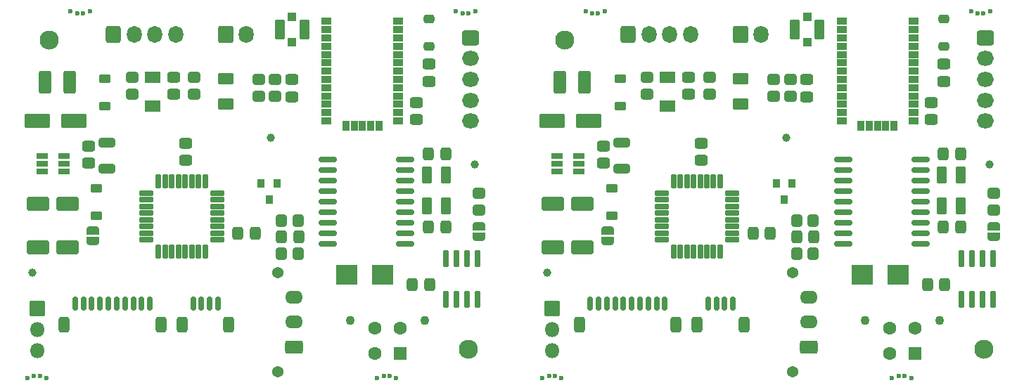
<source format=gbr>
%TF.GenerationSoftware,KiCad,Pcbnew,7.0.10*%
%TF.CreationDate,2024-01-03T22:03:13+01:00*%
%TF.ProjectId,SmartDisplay,536d6172-7444-4697-9370-6c61792e6b69,rev?*%
%TF.SameCoordinates,Original*%
%TF.FileFunction,Soldermask,Top*%
%TF.FilePolarity,Negative*%
%FSLAX46Y46*%
G04 Gerber Fmt 4.6, Leading zero omitted, Abs format (unit mm)*
G04 Created by KiCad (PCBNEW 7.0.10) date 2024-01-03 22:03:13*
%MOMM*%
%LPD*%
G01*
G04 APERTURE LIST*
G04 Aperture macros list*
%AMRoundRect*
0 Rectangle with rounded corners*
0 $1 Rounding radius*
0 $2 $3 $4 $5 $6 $7 $8 $9 X,Y pos of 4 corners*
0 Add a 4 corners polygon primitive as box body*
4,1,4,$2,$3,$4,$5,$6,$7,$8,$9,$2,$3,0*
0 Add four circle primitives for the rounded corners*
1,1,$1+$1,$2,$3*
1,1,$1+$1,$4,$5*
1,1,$1+$1,$6,$7*
1,1,$1+$1,$8,$9*
0 Add four rect primitives between the rounded corners*
20,1,$1+$1,$2,$3,$4,$5,0*
20,1,$1+$1,$4,$5,$6,$7,0*
20,1,$1+$1,$6,$7,$8,$9,0*
20,1,$1+$1,$8,$9,$2,$3,0*%
%AMFreePoly0*
4,1,35,0.535355,0.785355,0.550000,0.750000,0.550000,-0.750000,0.535355,-0.785355,0.500000,-0.800000,0.000000,-0.800000,-0.012286,-0.794911,-0.071157,-0.794911,-0.085244,-0.792886,-0.221795,-0.752791,-0.234740,-0.746879,-0.354462,-0.669938,-0.365217,-0.660618,-0.458414,-0.553063,-0.466109,-0.541091,-0.525228,-0.411637,-0.529237,-0.397982,-0.549491,-0.257116,-0.550000,-0.250000,-0.550000,0.250000,
-0.549491,0.257116,-0.529237,0.397982,-0.525228,0.411637,-0.466109,0.541091,-0.458414,0.553063,-0.365217,0.660618,-0.354462,0.669938,-0.234740,0.746879,-0.221795,0.752791,-0.085244,0.792886,-0.071157,0.794911,-0.012286,0.794911,0.000000,0.800000,0.500000,0.800000,0.535355,0.785355,0.535355,0.785355,$1*%
%AMFreePoly1*
4,1,35,0.012286,0.794911,0.071157,0.794911,0.085244,0.792886,0.221795,0.752791,0.234740,0.746879,0.354462,0.669938,0.365217,0.660618,0.458414,0.553063,0.466109,0.541091,0.525228,0.411637,0.529237,0.397982,0.549491,0.257116,0.550000,0.250000,0.550000,-0.250000,0.549491,-0.257116,0.529237,-0.397982,0.525228,-0.411637,0.466109,-0.541091,0.458414,-0.553063,0.365217,-0.660618,
0.354462,-0.669938,0.234740,-0.746879,0.221795,-0.752791,0.085244,-0.792886,0.071157,-0.794911,0.012286,-0.794911,0.000000,-0.800000,-0.500000,-0.800000,-0.535355,-0.785355,-0.550000,-0.750000,-0.550000,0.750000,-0.535355,0.785355,-0.500000,0.800000,0.000000,0.800000,0.012286,0.794911,0.012286,0.794911,$1*%
G04 Aperture macros list end*
%ADD10RoundRect,0.271277X0.503723X-0.366223X0.503723X0.366223X-0.503723X0.366223X-0.503723X-0.366223X0*%
%ADD11RoundRect,0.270832X-0.379168X-0.479168X0.379168X-0.479168X0.379168X0.479168X-0.379168X0.479168X0*%
%ADD12C,2.300000*%
%ADD13RoundRect,0.270832X-0.479168X0.379168X-0.479168X-0.379168X0.479168X-0.379168X0.479168X0.379168X0*%
%ADD14RoundRect,0.270832X0.479168X-0.379168X0.479168X0.379168X-0.479168X0.379168X-0.479168X-0.379168X0*%
%ADD15RoundRect,0.050000X0.850000X-0.650000X0.850000X0.650000X-0.850000X0.650000X-0.850000X-0.650000X0*%
%ADD16RoundRect,0.050000X1.250000X1.150000X-1.250000X1.150000X-1.250000X-1.150000X1.250000X-1.150000X0*%
%ADD17RoundRect,0.050000X-0.550000X0.950000X-0.550000X-0.950000X0.550000X-0.950000X0.550000X0.950000X0*%
%ADD18RoundRect,0.271277X0.366223X0.503723X-0.366223X0.503723X-0.366223X-0.503723X0.366223X-0.503723X0*%
%ADD19FreePoly0,270.000000*%
%ADD20FreePoly1,270.000000*%
%ADD21RoundRect,0.271277X-0.366223X-0.503723X0.366223X-0.503723X0.366223X0.503723X-0.366223X0.503723X0*%
%ADD22RoundRect,0.175000X-0.175000X0.850000X-0.175000X-0.850000X0.175000X-0.850000X0.175000X0.850000X0*%
%ADD23RoundRect,0.264706X-0.635294X-0.785294X0.635294X-0.785294X0.635294X0.785294X-0.635294X0.785294X0*%
%ADD24O,1.800000X2.100000*%
%ADD25RoundRect,0.050000X-0.800000X-0.275000X0.800000X-0.275000X0.800000X0.275000X-0.800000X0.275000X0*%
%ADD26RoundRect,0.050000X0.275000X-0.800000X0.275000X0.800000X-0.275000X0.800000X-0.275000X-0.800000X0*%
%ADD27RoundRect,0.175000X0.900000X0.175000X-0.900000X0.175000X-0.900000X-0.175000X0.900000X-0.175000X0*%
%ADD28RoundRect,0.267544X-0.494956X-1.107456X0.494956X-1.107456X0.494956X1.107456X-0.494956X1.107456X0*%
%ADD29C,1.000000*%
%ADD30RoundRect,0.265625X-1.284375X-0.584375X1.284375X-0.584375X1.284375X0.584375X-1.284375X0.584375X0*%
%ADD31RoundRect,0.265625X-1.084375X-0.584375X1.084375X-0.584375X1.084375X0.584375X-1.084375X0.584375X0*%
%ADD32RoundRect,0.264706X-0.760294X0.635294X-0.760294X-0.635294X0.760294X-0.635294X0.760294X0.635294X0*%
%ADD33O,2.050000X1.800000*%
%ADD34RoundRect,0.273810X0.726190X-0.301190X0.726190X0.301190X-0.726190X0.301190X-0.726190X-0.301190X0*%
%ADD35C,1.100000*%
%ADD36RoundRect,0.266667X0.533333X0.533333X-0.533333X0.533333X-0.533333X-0.533333X0.533333X-0.533333X0*%
%ADD37C,1.600000*%
%ADD38C,1.370000*%
%ADD39RoundRect,0.266667X0.793333X-0.533333X0.793333X0.533333X-0.793333X0.533333X-0.793333X-0.533333X0*%
%ADD40O,2.120000X1.600000*%
%ADD41RoundRect,0.264706X-0.635294X-0.760294X0.635294X-0.760294X0.635294X0.760294X-0.635294X0.760294X0*%
%ADD42O,1.800000X2.050000*%
%ADD43RoundRect,0.268865X0.681135X-0.443635X0.681135X0.443635X-0.681135X0.443635X-0.681135X-0.443635X0*%
%ADD44RoundRect,0.050000X-0.571500X-0.355600X0.571500X-0.355600X0.571500X0.355600X-0.571500X0.355600X0*%
%ADD45RoundRect,0.050000X0.355600X-0.571500X0.355600X0.571500X-0.355600X0.571500X-0.355600X-0.571500X0*%
%ADD46RoundRect,0.050000X-0.610000X-0.325000X0.610000X-0.325000X0.610000X0.325000X-0.610000X0.325000X0*%
%ADD47RoundRect,0.050000X-0.500000X-0.500000X0.500000X-0.500000X0.500000X0.500000X-0.500000X0.500000X0*%
%ADD48RoundRect,0.050000X-0.525000X-1.100000X0.525000X-1.100000X0.525000X1.100000X-0.525000X1.100000X0*%
%ADD49RoundRect,0.050000X-0.400000X0.450000X-0.400000X-0.450000X0.400000X-0.450000X0.400000X0.450000X0*%
%ADD50RoundRect,0.050000X-0.600000X0.450000X-0.600000X-0.450000X0.600000X-0.450000X0.600000X0.450000X0*%
%ADD51RoundRect,0.050000X0.600000X-0.450000X0.600000X0.450000X-0.600000X0.450000X-0.600000X-0.450000X0*%
%ADD52RoundRect,0.250000X-0.400000X0.250000X-0.400000X-0.250000X0.400000X-0.250000X0.400000X0.250000X0*%
%ADD53C,0.600000*%
%ADD54RoundRect,0.175000X0.175000X0.650000X-0.175000X0.650000X-0.175000X-0.650000X0.175000X-0.650000X0*%
%ADD55RoundRect,0.270833X0.379167X0.679167X-0.379167X0.679167X-0.379167X-0.679167X0.379167X-0.679167X0*%
%ADD56FreePoly0,90.000000*%
%ADD57FreePoly1,90.000000*%
%ADD58RoundRect,0.050000X-0.850000X-0.850000X0.850000X-0.850000X0.850000X0.850000X-0.850000X0.850000X0*%
%ADD59O,1.800000X1.800000*%
G04 APERTURE END LIST*
D10*
%TO.C,C3*%
X93091612Y-46283491D03*
X93091612Y-44208491D03*
%TD*%
D11*
%TO.C,R5*%
X75341612Y-67033491D03*
X77341612Y-67033491D03*
%TD*%
D12*
%TO.C,H1*%
X47401612Y-41262491D03*
%TD*%
D11*
%TO.C,R6*%
X75341612Y-63033491D03*
X77341612Y-63033491D03*
%TD*%
D10*
%TO.C,C12*%
X62341612Y-47845991D03*
X62341612Y-45770991D03*
%TD*%
%TO.C,C2*%
X63841612Y-55783491D03*
X63841612Y-53708491D03*
%TD*%
D13*
%TO.C,R4*%
X72591612Y-46033491D03*
X72591612Y-48033491D03*
%TD*%
D14*
%TO.C,R1*%
X57341612Y-47783491D03*
X57341612Y-45783491D03*
%TD*%
D15*
%TO.C,D4*%
X59841612Y-49283491D03*
X59841612Y-45783491D03*
%TD*%
D16*
%TO.C,D6*%
X87533612Y-69583491D03*
X83233612Y-69583491D03*
%TD*%
D17*
%TO.C,Y1*%
X92841612Y-57583491D03*
X92841612Y-61283491D03*
X95141612Y-61283491D03*
X95141612Y-57583491D03*
%TD*%
D18*
%TO.C,C10*%
X95091612Y-63783491D03*
X93016612Y-63783491D03*
%TD*%
D19*
%TO.C,JP2*%
X99091612Y-63733491D03*
D20*
X99091612Y-65033491D03*
%TD*%
D21*
%TO.C,C15*%
X91091612Y-70783491D03*
X93166612Y-70783491D03*
%TD*%
D22*
%TO.C,U4*%
X98963612Y-67583491D03*
X97693612Y-67583491D03*
X96423612Y-67583491D03*
X95153612Y-67583491D03*
X95153612Y-72533491D03*
X96423612Y-72533491D03*
X97693612Y-72533491D03*
X98963612Y-72533491D03*
%TD*%
D12*
%TO.C,H2*%
X97866668Y-78519547D03*
%TD*%
D14*
%TO.C,R7*%
X99091612Y-61783491D03*
X99091612Y-59783491D03*
%TD*%
D21*
%TO.C,C11*%
X75341612Y-65033491D03*
X77416612Y-65033491D03*
%TD*%
D23*
%TO.C,J7*%
X68591612Y-40627491D03*
D24*
X71091612Y-40627491D03*
%TD*%
D25*
%TO.C,U1*%
X59091612Y-59733491D03*
X59091612Y-60533491D03*
X59091612Y-61333491D03*
X59091612Y-62133491D03*
X59091612Y-62933491D03*
X59091612Y-63733491D03*
X59091612Y-64533491D03*
X59091612Y-65333491D03*
D26*
X60541612Y-66783491D03*
X61341612Y-66783491D03*
X62141612Y-66783491D03*
X62941612Y-66783491D03*
X63741612Y-66783491D03*
X64541612Y-66783491D03*
X65341612Y-66783491D03*
X66141612Y-66783491D03*
D25*
X67591612Y-65333491D03*
X67591612Y-64533491D03*
X67591612Y-63733491D03*
X67591612Y-62933491D03*
X67591612Y-62133491D03*
X67591612Y-61333491D03*
X67591612Y-60533491D03*
X67591612Y-59733491D03*
D26*
X66141612Y-58283491D03*
X65341612Y-58283491D03*
X64541612Y-58283491D03*
X63741612Y-58283491D03*
X62941612Y-58283491D03*
X62141612Y-58283491D03*
X61341612Y-58283491D03*
X60541612Y-58283491D03*
%TD*%
D21*
%TO.C,C1*%
X70091612Y-64533491D03*
X72166612Y-64533491D03*
%TD*%
D27*
%TO.C,U3*%
X90241612Y-65843491D03*
X90241612Y-64573491D03*
X90241612Y-63303491D03*
X90241612Y-62033491D03*
X90241612Y-60763491D03*
X90241612Y-59493491D03*
X90241612Y-58223491D03*
X90241612Y-56953491D03*
X90241612Y-55683491D03*
X80941612Y-55683491D03*
X80941612Y-56953491D03*
X80941612Y-58223491D03*
X80941612Y-59493491D03*
X80941612Y-60763491D03*
X80941612Y-62033491D03*
X80941612Y-63303491D03*
X80941612Y-64573491D03*
X80941612Y-65843491D03*
%TD*%
D14*
%TO.C,R3*%
X64841612Y-47783491D03*
X64841612Y-45783491D03*
%TD*%
D28*
%TO.C,F1*%
X46866612Y-46393491D03*
X49841612Y-46393491D03*
%TD*%
D13*
%TO.C,R2*%
X74591612Y-46033491D03*
X74591612Y-48033491D03*
%TD*%
D29*
%TO.C,FID2*%
X45341612Y-69283491D03*
%TD*%
%TO.C,FID3*%
X98591612Y-56283491D03*
%TD*%
D30*
%TO.C,C4*%
X45941612Y-50993491D03*
X50341612Y-50993491D03*
%TD*%
D10*
%TO.C,C5*%
X52091612Y-56108491D03*
X52091612Y-54033491D03*
%TD*%
D31*
%TO.C,C7*%
X45991612Y-60993491D03*
X49591612Y-60993491D03*
%TD*%
%TO.C,C9*%
X45991612Y-66283491D03*
X49591612Y-66283491D03*
%TD*%
D32*
%TO.C,J2*%
X98091612Y-41033491D03*
D33*
X98091612Y-43533491D03*
X98091612Y-46033491D03*
X98091612Y-48533491D03*
X98091612Y-51033491D03*
%TD*%
D34*
%TO.C,L1*%
X54341612Y-56795991D03*
X54341612Y-53645991D03*
%TD*%
D35*
%TO.C,J8*%
X92591612Y-75093491D03*
X83591612Y-75093491D03*
D36*
X89591612Y-79033491D03*
D37*
X86591612Y-79033491D03*
X89591612Y-76033491D03*
X86591612Y-76033491D03*
%TD*%
D38*
%TO.C,J6*%
X74881612Y-81283491D03*
X74881612Y-69283491D03*
D39*
X76841612Y-78283491D03*
D40*
X76841612Y-75283491D03*
X76841612Y-72283491D03*
%TD*%
D21*
%TO.C,C6*%
X93016612Y-55033491D03*
X95091612Y-55033491D03*
%TD*%
D41*
%TO.C,J1*%
X55091612Y-40627491D03*
D42*
X57591612Y-40627491D03*
X60091612Y-40627491D03*
X62591612Y-40627491D03*
%TD*%
D43*
%TO.C,C13*%
X68591612Y-49033491D03*
X68591612Y-45908491D03*
%TD*%
D44*
%TO.C,U5*%
X89416612Y-51033492D03*
X89416612Y-50033491D03*
X89416612Y-49033491D03*
X89416612Y-48033490D03*
X89416612Y-47033492D03*
X89416612Y-46033492D03*
X89416612Y-45033491D03*
X89416612Y-44033490D03*
X89416612Y-43033490D03*
X89416612Y-42033492D03*
X89416612Y-41033491D03*
X89416612Y-40033491D03*
X89416612Y-39033490D03*
X80766612Y-39033490D03*
X80766612Y-40033491D03*
X80766612Y-41033491D03*
X80766612Y-42033492D03*
X80766612Y-43033490D03*
X80766612Y-44033490D03*
X80766612Y-45033491D03*
X80766612Y-46033492D03*
X80766612Y-47033492D03*
X80766612Y-48033490D03*
X80766612Y-49033491D03*
X80766612Y-50033491D03*
X80766612Y-51033492D03*
D45*
X83091611Y-51633493D03*
X84091611Y-51633493D03*
X85091612Y-51633493D03*
X86091613Y-51633493D03*
X87091613Y-51633493D03*
%TD*%
D10*
%TO.C,C8*%
X76591612Y-48108491D03*
X76591612Y-46033491D03*
%TD*%
D46*
%TO.C,U2*%
X46531612Y-55243491D03*
X46531612Y-56193491D03*
X46531612Y-57143491D03*
X49151612Y-57143491D03*
X49151612Y-56193491D03*
X49151612Y-55243491D03*
%TD*%
D10*
%TO.C,C14*%
X91591612Y-50858491D03*
X91591612Y-48783491D03*
%TD*%
D47*
%TO.C,X1*%
X76616612Y-41533491D03*
D48*
X75141612Y-40033491D03*
D47*
X76616612Y-38533491D03*
D48*
X78091612Y-40033491D03*
%TD*%
D29*
%TO.C,FID1*%
X74091612Y-53033491D03*
%TD*%
D49*
%TO.C,D5*%
X74791612Y-58533491D03*
X72891612Y-58533491D03*
X73841612Y-60533491D03*
%TD*%
D50*
%TO.C,D2*%
X53091612Y-59133491D03*
X53091612Y-62433491D03*
%TD*%
D51*
%TO.C,D3*%
X54091612Y-49283491D03*
X54091612Y-45983491D03*
%TD*%
D29*
%TO.C,FID3*%
X160591612Y-56283491D03*
%TD*%
D52*
%TO.C,D1*%
X155091612Y-38783491D03*
X155091612Y-42083491D03*
%TD*%
D35*
%TO.C,J8*%
X154591612Y-75093491D03*
X145591612Y-75093491D03*
D36*
X151591612Y-79033491D03*
D37*
X148591612Y-79033491D03*
X151591612Y-76033491D03*
X148591612Y-76033491D03*
%TD*%
D53*
%TO.C,MB4*%
X89141612Y-82033491D03*
X88341612Y-81783491D03*
X87641612Y-81783491D03*
X86841612Y-82033491D03*
%TD*%
D38*
%TO.C,J6*%
X136881612Y-81283491D03*
X136881612Y-69283491D03*
D39*
X138841612Y-78283491D03*
D40*
X138841612Y-75283491D03*
X138841612Y-72283491D03*
%TD*%
D49*
%TO.C,D5*%
X136791612Y-58533491D03*
X134891612Y-58533491D03*
X135841612Y-60533491D03*
%TD*%
D54*
%TO.C,J4*%
X59501612Y-73068491D03*
X58501612Y-73068491D03*
X57501612Y-73068491D03*
X56501612Y-73068491D03*
X55501612Y-73068491D03*
X54501612Y-73068491D03*
X53501612Y-73068491D03*
X52501612Y-73068491D03*
X51501612Y-73068491D03*
X50501612Y-73068491D03*
D55*
X60801612Y-75593491D03*
X49201612Y-75593491D03*
%TD*%
D43*
%TO.C,C13*%
X130591612Y-49033491D03*
X130591612Y-45908491D03*
%TD*%
D21*
%TO.C,C11*%
X137341612Y-65033491D03*
X139416612Y-65033491D03*
%TD*%
D54*
%TO.C,J5*%
X129701612Y-73068491D03*
X128701612Y-73068491D03*
X127701612Y-73068491D03*
X126701612Y-73068491D03*
D55*
X131001612Y-75593491D03*
X125401612Y-75593491D03*
%TD*%
D41*
%TO.C,J1*%
X117091612Y-40627491D03*
D42*
X119591612Y-40627491D03*
X122091612Y-40627491D03*
X124591612Y-40627491D03*
%TD*%
D54*
%TO.C,J4*%
X121501612Y-73068491D03*
X120501612Y-73068491D03*
X119501612Y-73068491D03*
X118501612Y-73068491D03*
X117501612Y-73068491D03*
X116501612Y-73068491D03*
X115501612Y-73068491D03*
X114501612Y-73068491D03*
X113501612Y-73068491D03*
X112501612Y-73068491D03*
D55*
X122801612Y-75593491D03*
X111201612Y-75593491D03*
%TD*%
D29*
%TO.C,FID1*%
X136091612Y-53033491D03*
%TD*%
D14*
%TO.C,R7*%
X161091612Y-61783491D03*
X161091612Y-59783491D03*
%TD*%
D51*
%TO.C,D3*%
X116091612Y-49283491D03*
X116091612Y-45983491D03*
%TD*%
D54*
%TO.C,J5*%
X67701612Y-73068491D03*
X66701612Y-73068491D03*
X65701612Y-73068491D03*
X64701612Y-73068491D03*
D55*
X69001612Y-75593491D03*
X63401612Y-75593491D03*
%TD*%
D30*
%TO.C,C4*%
X107941612Y-50993491D03*
X112341612Y-50993491D03*
%TD*%
D12*
%TO.C,H2*%
X159866668Y-78519547D03*
%TD*%
D52*
%TO.C,D1*%
X93091612Y-38783491D03*
X93091612Y-42083491D03*
%TD*%
D11*
%TO.C,R6*%
X137341612Y-63033491D03*
X139341612Y-63033491D03*
%TD*%
D46*
%TO.C,U2*%
X108531612Y-55243491D03*
X108531612Y-56193491D03*
X108531612Y-57143491D03*
X111151612Y-57143491D03*
X111151612Y-56193491D03*
X111151612Y-55243491D03*
%TD*%
D16*
%TO.C,D6*%
X149533612Y-69583491D03*
X145233612Y-69583491D03*
%TD*%
D10*
%TO.C,C12*%
X124341612Y-47845991D03*
X124341612Y-45770991D03*
%TD*%
D13*
%TO.C,R2*%
X136591612Y-46033491D03*
X136591612Y-48033491D03*
%TD*%
D56*
%TO.C,JP1*%
X114601612Y-65543491D03*
D57*
X114601612Y-64243491D03*
%TD*%
D44*
%TO.C,U5*%
X151416612Y-51033492D03*
X151416612Y-50033491D03*
X151416612Y-49033491D03*
X151416612Y-48033490D03*
X151416612Y-47033492D03*
X151416612Y-46033492D03*
X151416612Y-45033491D03*
X151416612Y-44033490D03*
X151416612Y-43033490D03*
X151416612Y-42033492D03*
X151416612Y-41033491D03*
X151416612Y-40033491D03*
X151416612Y-39033490D03*
X142766612Y-39033490D03*
X142766612Y-40033491D03*
X142766612Y-41033491D03*
X142766612Y-42033492D03*
X142766612Y-43033490D03*
X142766612Y-44033490D03*
X142766612Y-45033491D03*
X142766612Y-46033492D03*
X142766612Y-47033492D03*
X142766612Y-48033490D03*
X142766612Y-49033491D03*
X142766612Y-50033491D03*
X142766612Y-51033492D03*
D45*
X145091611Y-51633493D03*
X146091611Y-51633493D03*
X147091612Y-51633493D03*
X148091613Y-51633493D03*
X149091613Y-51633493D03*
%TD*%
D58*
%TO.C,J3*%
X107901612Y-73613491D03*
D59*
X107901612Y-76153491D03*
X107901612Y-78693491D03*
%TD*%
D15*
%TO.C,D4*%
X121841612Y-49283491D03*
X121841612Y-45783491D03*
%TD*%
D32*
%TO.C,J2*%
X160091612Y-41033491D03*
D33*
X160091612Y-43533491D03*
X160091612Y-46033491D03*
X160091612Y-48533491D03*
X160091612Y-51033491D03*
%TD*%
D13*
%TO.C,R4*%
X134591612Y-46033491D03*
X134591612Y-48033491D03*
%TD*%
D10*
%TO.C,C3*%
X155091612Y-46283491D03*
X155091612Y-44208491D03*
%TD*%
D53*
%TO.C,MB2*%
X158351612Y-37843491D03*
X159151612Y-38093491D03*
X159851612Y-38093491D03*
X160651612Y-37843491D03*
%TD*%
D19*
%TO.C,JP2*%
X161091612Y-63733491D03*
D20*
X161091612Y-65033491D03*
%TD*%
D50*
%TO.C,D2*%
X115091612Y-59133491D03*
X115091612Y-62433491D03*
%TD*%
D10*
%TO.C,C8*%
X138591612Y-48108491D03*
X138591612Y-46033491D03*
%TD*%
%TO.C,C14*%
X153591612Y-50858491D03*
X153591612Y-48783491D03*
%TD*%
D12*
%TO.C,H1*%
X109401612Y-41262491D03*
%TD*%
D53*
%TO.C,MB3*%
X47041612Y-82033491D03*
X46241612Y-81783491D03*
X45541612Y-81783491D03*
X44741612Y-82033491D03*
%TD*%
D34*
%TO.C,L1*%
X116341612Y-56795991D03*
X116341612Y-53645991D03*
%TD*%
D58*
%TO.C,J3*%
X45901612Y-73613491D03*
D59*
X45901612Y-76153491D03*
X45901612Y-78693491D03*
%TD*%
D31*
%TO.C,C7*%
X107991612Y-60993491D03*
X111591612Y-60993491D03*
%TD*%
%TO.C,C9*%
X107991612Y-66283491D03*
X111591612Y-66283491D03*
%TD*%
D11*
%TO.C,R5*%
X137341612Y-67033491D03*
X139341612Y-67033491D03*
%TD*%
D10*
%TO.C,C5*%
X114091612Y-56108491D03*
X114091612Y-54033491D03*
%TD*%
D53*
%TO.C,MB1*%
X111951612Y-37843491D03*
X112751612Y-38093491D03*
X113451612Y-38093491D03*
X114251612Y-37843491D03*
%TD*%
%TO.C,MB4*%
X151141612Y-82033491D03*
X150341612Y-81783491D03*
X149641612Y-81783491D03*
X148841612Y-82033491D03*
%TD*%
D17*
%TO.C,Y1*%
X154841612Y-57583491D03*
X154841612Y-61283491D03*
X157141612Y-61283491D03*
X157141612Y-57583491D03*
%TD*%
D56*
%TO.C,JP1*%
X52601612Y-65543491D03*
D57*
X52601612Y-64243491D03*
%TD*%
D21*
%TO.C,C1*%
X132091612Y-64533491D03*
X134166612Y-64533491D03*
%TD*%
D23*
%TO.C,J7*%
X130591612Y-40627491D03*
D24*
X133091612Y-40627491D03*
%TD*%
D29*
%TO.C,FID2*%
X107341612Y-69283491D03*
%TD*%
D27*
%TO.C,U3*%
X152241612Y-65843491D03*
X152241612Y-64573491D03*
X152241612Y-63303491D03*
X152241612Y-62033491D03*
X152241612Y-60763491D03*
X152241612Y-59493491D03*
X152241612Y-58223491D03*
X152241612Y-56953491D03*
X152241612Y-55683491D03*
X142941612Y-55683491D03*
X142941612Y-56953491D03*
X142941612Y-58223491D03*
X142941612Y-59493491D03*
X142941612Y-60763491D03*
X142941612Y-62033491D03*
X142941612Y-63303491D03*
X142941612Y-64573491D03*
X142941612Y-65843491D03*
%TD*%
D53*
%TO.C,MB2*%
X96351612Y-37843491D03*
X97151612Y-38093491D03*
X97851612Y-38093491D03*
X98651612Y-37843491D03*
%TD*%
D28*
%TO.C,F1*%
X108866612Y-46393491D03*
X111841612Y-46393491D03*
%TD*%
D53*
%TO.C,MB3*%
X109041612Y-82033491D03*
X108241612Y-81783491D03*
X107541612Y-81783491D03*
X106741612Y-82033491D03*
%TD*%
D21*
%TO.C,C15*%
X153091612Y-70783491D03*
X155166612Y-70783491D03*
%TD*%
D22*
%TO.C,U4*%
X160963612Y-67583491D03*
X159693612Y-67583491D03*
X158423612Y-67583491D03*
X157153612Y-67583491D03*
X157153612Y-72533491D03*
X158423612Y-72533491D03*
X159693612Y-72533491D03*
X160963612Y-72533491D03*
%TD*%
D25*
%TO.C,U1*%
X121091612Y-59733491D03*
X121091612Y-60533491D03*
X121091612Y-61333491D03*
X121091612Y-62133491D03*
X121091612Y-62933491D03*
X121091612Y-63733491D03*
X121091612Y-64533491D03*
X121091612Y-65333491D03*
D26*
X122541612Y-66783491D03*
X123341612Y-66783491D03*
X124141612Y-66783491D03*
X124941612Y-66783491D03*
X125741612Y-66783491D03*
X126541612Y-66783491D03*
X127341612Y-66783491D03*
X128141612Y-66783491D03*
D25*
X129591612Y-65333491D03*
X129591612Y-64533491D03*
X129591612Y-63733491D03*
X129591612Y-62933491D03*
X129591612Y-62133491D03*
X129591612Y-61333491D03*
X129591612Y-60533491D03*
X129591612Y-59733491D03*
D26*
X128141612Y-58283491D03*
X127341612Y-58283491D03*
X126541612Y-58283491D03*
X125741612Y-58283491D03*
X124941612Y-58283491D03*
X124141612Y-58283491D03*
X123341612Y-58283491D03*
X122541612Y-58283491D03*
%TD*%
D14*
%TO.C,R1*%
X119341612Y-47783491D03*
X119341612Y-45783491D03*
%TD*%
D47*
%TO.C,X1*%
X138616612Y-41533491D03*
D48*
X137141612Y-40033491D03*
D47*
X138616612Y-38533491D03*
D48*
X140091612Y-40033491D03*
%TD*%
D21*
%TO.C,C6*%
X155016612Y-55033491D03*
X157091612Y-55033491D03*
%TD*%
D14*
%TO.C,R3*%
X126841612Y-47783491D03*
X126841612Y-45783491D03*
%TD*%
D53*
%TO.C,MB1*%
X49951612Y-37843491D03*
X50751612Y-38093491D03*
X51451612Y-38093491D03*
X52251612Y-37843491D03*
%TD*%
D10*
%TO.C,C2*%
X125841612Y-55783491D03*
X125841612Y-53708491D03*
%TD*%
D18*
%TO.C,C10*%
X157091612Y-63783491D03*
X155016612Y-63783491D03*
%TD*%
M02*

</source>
